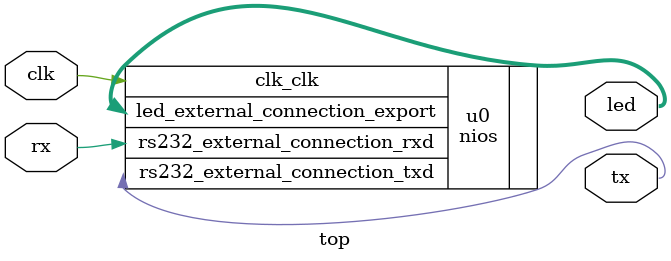
<source format=v>
   module top(
	input clk,
	input rx,
	output tx,
	output [7:0]led
	);
	nios u0 (
        .clk_clk                           (clk),                           //                           clk.clk
        .led_external_connection_export    (led),    //       led_external_connection.export
        .rs232_external_connection_rxd (rx), // rs232uart_external_connection.rxd
        .rs232_external_connection_txd (tx)  //                              .txd
    );

endmodule 
</source>
